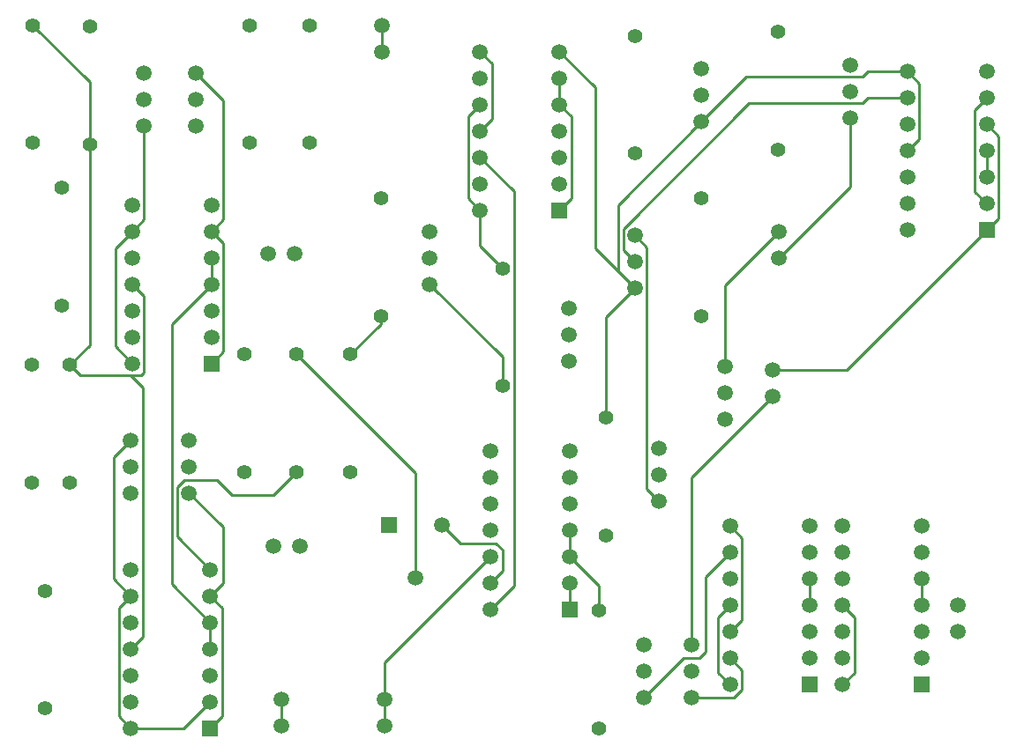
<source format=gtl>
G04 Layer_Physical_Order=1*
G04 Layer_Color=255*
%FSLAX44Y44*%
%MOMM*%
G71*
G01*
G75*
%ADD10C,0.2540*%
%ADD11R,1.5000X1.5000*%
%ADD12C,1.5000*%
%ADD13C,1.4000*%
D10*
X826516Y743204D02*
X848480Y721240D01*
X381000Y621030D02*
X391160D01*
X1068070Y626110D02*
X1202690Y760730D01*
X996950Y626110D02*
X1068070D01*
X517652Y506222D02*
X539750Y528320D01*
X478282Y506222D02*
X517652D01*
X463804Y520700D02*
X478282Y506222D01*
X432562Y520700D02*
X463804D01*
X425570Y513708D02*
X432562Y520700D01*
X425570Y465970D02*
Y513708D01*
Y465970D02*
X457200Y434340D01*
X951230Y707390D02*
X1003300Y759460D01*
X951230Y629920D02*
Y707390D01*
X1003300Y734060D02*
X1071880Y802640D01*
Y868680D01*
X704850Y791210D02*
X716280Y779780D01*
X704850Y791210D02*
Y869950D01*
X716280Y881380D01*
Y745490D02*
Y779780D01*
Y745490D02*
X737870Y723900D01*
X621030Y670560D02*
Y678180D01*
X591820Y641350D02*
X621030Y670560D01*
X393700Y770890D02*
Y861060D01*
X382270Y759460D02*
X393700Y770890D01*
X624840Y345440D02*
X726440Y447040D01*
X624840Y309880D02*
Y345440D01*
X1088390Y913130D02*
X1126490D01*
X1083310Y908050D02*
X1088390Y913130D01*
X971550Y908050D02*
X1083310D01*
X928370Y864870D02*
X971550Y908050D01*
X539750Y641350D02*
X654050Y527050D01*
Y426720D02*
Y527050D01*
X826516Y743204D02*
Y898144D01*
X792480Y932180D02*
X826516Y898144D01*
X1088390Y887730D02*
X1126490D01*
X1083310Y882650D02*
X1088390Y887730D01*
X974344Y882650D02*
X1083310D01*
X853560Y761866D02*
X974344Y882650D01*
X853560Y741560D02*
Y761866D01*
Y741560D02*
X864870Y730250D01*
X381000Y281940D02*
X431800D01*
X457200Y307340D01*
X848480Y784980D02*
X928370Y864870D01*
X848480Y721240D02*
Y784980D01*
Y721240D02*
X864870Y704850D01*
X382270Y708660D02*
X393700Y697230D01*
Y623570D02*
Y697230D01*
X391160Y621030D02*
X393700Y623570D01*
X322580Y631190D02*
X332740Y621030D01*
X341630Y650240D02*
Y843280D01*
X322580Y631190D02*
X341630Y650240D01*
X420490Y670680D02*
X458470Y708660D01*
X420490Y420250D02*
Y670680D01*
Y420250D02*
X457200Y383540D01*
X956310Y349250D02*
X967740Y337820D01*
Y318770D02*
Y337820D01*
X960120Y311150D02*
X967740Y318770D01*
X919480Y311150D02*
X960120D01*
X436880Y508000D02*
X469646Y475234D01*
Y421386D02*
Y475234D01*
X457200Y408940D02*
X469646Y421386D01*
X679450Y477520D02*
X697230Y459740D01*
X731520D01*
X737870Y453390D01*
Y433070D02*
Y453390D01*
X726440Y421640D02*
X737870Y433070D01*
X365880Y743070D02*
X382270Y759460D01*
X365880Y648850D02*
Y743070D01*
Y648850D02*
X382270Y632460D01*
X737870Y610870D02*
Y638810D01*
X668020Y708660D02*
X737870Y638810D01*
X932688Y427228D02*
X956310Y450850D01*
X932688Y355600D02*
Y427228D01*
X926338Y349250D02*
X932688Y355600D01*
X911860Y349250D02*
X926338D01*
X873760Y311150D02*
X911860Y349250D01*
X830580Y394970D02*
Y419100D01*
X802640Y447040D02*
X830580Y419100D01*
X341630Y843280D02*
Y902970D01*
X287020Y957580D02*
X341630Y902970D01*
X864870Y755650D02*
X876300Y744220D01*
Y511810D02*
Y744220D01*
Y511810D02*
X887730Y500380D01*
X919480Y361950D02*
Y523240D01*
X996950Y600710D01*
X836930Y580390D02*
Y676910D01*
X864870Y704850D01*
X369570Y397510D02*
X381000Y408940D01*
X369570Y293370D02*
Y397510D01*
Y293370D02*
X381000Y281940D01*
X364610Y542410D02*
X381000Y558800D01*
X364610Y425330D02*
Y542410D01*
Y425330D02*
X381000Y408940D01*
Y358140D02*
X392430Y369570D01*
Y609600D01*
X381000Y621030D02*
X392430Y609600D01*
X332740Y621030D02*
X381000D01*
X443230Y911860D02*
X469900Y885190D01*
Y770890D02*
Y885190D01*
X458470Y759460D02*
X469900Y770890D01*
X716280Y830580D02*
X748792Y798068D01*
Y418592D02*
Y798068D01*
X726440Y396240D02*
X748792Y418592D01*
X457200Y281940D02*
X468630Y293370D01*
Y397510D01*
X457200Y408940D02*
X468630Y397510D01*
X458470Y632460D02*
X469900Y643890D01*
Y748030D01*
X458470Y759460D02*
X469900Y748030D01*
X1191260Y876300D02*
X1202690Y887730D01*
X1191260Y797560D02*
Y876300D01*
Y797560D02*
X1202690Y786130D01*
Y760730D02*
X1214120Y772160D01*
Y850900D01*
X1202690Y862330D02*
X1214120Y850900D01*
X956310Y374650D02*
X967740Y386080D01*
Y464820D01*
X956310Y476250D02*
X967740Y464820D01*
X792480Y881380D02*
X803910Y869950D01*
Y791210D02*
Y869950D01*
X792480Y779780D02*
X803910Y791210D01*
X1126490Y836930D02*
X1137920Y848360D01*
Y901700D01*
X1126490Y913130D02*
X1137920Y901700D01*
X1064260Y323850D02*
X1075690Y335280D01*
Y388620D01*
X1064260Y400050D02*
X1075690Y388620D01*
X944880D02*
X956310Y400050D01*
X944880Y335280D02*
Y388620D01*
Y335280D02*
X956310Y323850D01*
X716280Y855980D02*
X727710Y867410D01*
Y920750D01*
X716280Y932180D02*
X727710Y920750D01*
X792480Y881380D02*
Y906780D01*
X802640Y396240D02*
Y421640D01*
X1202690Y811530D02*
Y836930D01*
X802640Y447040D02*
Y472440D01*
X1032510Y400050D02*
Y425450D01*
X1140460Y400050D02*
Y425450D01*
X458470Y708660D02*
Y734060D01*
X457200Y358140D02*
Y383540D01*
X525780Y284480D02*
Y309880D01*
X624840Y284480D02*
Y309880D01*
X622300Y932180D02*
Y957580D01*
D11*
X628650Y477520D02*
D03*
X1202690Y760730D02*
D03*
X1032510Y323850D02*
D03*
X1140460D02*
D03*
X457200Y281940D02*
D03*
X802640Y396240D02*
D03*
X792480Y779780D02*
D03*
X458470Y632460D02*
D03*
D12*
X654050Y426720D02*
D03*
X679450Y477520D02*
D03*
X1174750Y374650D02*
D03*
Y400050D02*
D03*
X622300Y957580D02*
D03*
Y932180D02*
D03*
X624840Y309880D02*
D03*
Y284480D02*
D03*
X525780Y309880D02*
D03*
Y284480D02*
D03*
X873760Y311150D02*
D03*
Y336550D02*
D03*
Y361950D02*
D03*
X887730Y500380D02*
D03*
Y525780D02*
D03*
Y551180D02*
D03*
X919480Y311150D02*
D03*
Y336550D02*
D03*
Y361950D02*
D03*
X1126490Y913130D02*
D03*
Y887730D02*
D03*
Y862330D02*
D03*
Y836930D02*
D03*
Y811530D02*
D03*
Y786130D02*
D03*
Y760730D02*
D03*
X1202690Y913130D02*
D03*
Y887730D02*
D03*
Y862330D02*
D03*
Y836930D02*
D03*
Y811530D02*
D03*
Y786130D02*
D03*
X996950Y626110D02*
D03*
Y600710D02*
D03*
X956310Y476250D02*
D03*
Y450850D02*
D03*
Y425450D02*
D03*
Y400050D02*
D03*
Y374650D02*
D03*
Y349250D02*
D03*
Y323850D02*
D03*
X1032510Y476250D02*
D03*
Y450850D02*
D03*
Y425450D02*
D03*
Y400050D02*
D03*
Y374650D02*
D03*
Y349250D02*
D03*
X1064260Y476250D02*
D03*
Y450850D02*
D03*
Y425450D02*
D03*
Y400050D02*
D03*
Y374650D02*
D03*
Y349250D02*
D03*
Y323850D02*
D03*
X1140460Y476250D02*
D03*
Y450850D02*
D03*
Y425450D02*
D03*
Y400050D02*
D03*
Y374650D02*
D03*
Y349250D02*
D03*
X381000Y434340D02*
D03*
Y408940D02*
D03*
Y383540D02*
D03*
Y358140D02*
D03*
Y332740D02*
D03*
Y307340D02*
D03*
Y281940D02*
D03*
X457200Y434340D02*
D03*
Y408940D02*
D03*
Y383540D02*
D03*
Y358140D02*
D03*
Y332740D02*
D03*
Y307340D02*
D03*
X726440Y548640D02*
D03*
Y523240D02*
D03*
Y497840D02*
D03*
Y472440D02*
D03*
Y447040D02*
D03*
Y421640D02*
D03*
Y396240D02*
D03*
X802640Y548640D02*
D03*
Y523240D02*
D03*
Y497840D02*
D03*
Y472440D02*
D03*
Y447040D02*
D03*
Y421640D02*
D03*
X381000Y558800D02*
D03*
Y533400D02*
D03*
Y508000D02*
D03*
X1071880Y919480D02*
D03*
Y894080D02*
D03*
Y868680D02*
D03*
X436880Y558800D02*
D03*
Y533400D02*
D03*
Y508000D02*
D03*
X543560Y457200D02*
D03*
X518160D02*
D03*
X951230Y579120D02*
D03*
Y604520D02*
D03*
Y629920D02*
D03*
X801370Y685800D02*
D03*
Y660400D02*
D03*
Y635000D02*
D03*
X864870Y755650D02*
D03*
Y730250D02*
D03*
Y704850D02*
D03*
X1003300Y734060D02*
D03*
Y759460D02*
D03*
X668020D02*
D03*
Y734060D02*
D03*
Y708660D02*
D03*
X928370Y915670D02*
D03*
Y890270D02*
D03*
Y864870D02*
D03*
X716280Y932180D02*
D03*
Y906780D02*
D03*
Y881380D02*
D03*
Y855980D02*
D03*
Y830580D02*
D03*
Y805180D02*
D03*
Y779780D02*
D03*
X792480Y932180D02*
D03*
Y906780D02*
D03*
Y881380D02*
D03*
Y855980D02*
D03*
Y830580D02*
D03*
Y805180D02*
D03*
X382270Y784860D02*
D03*
Y759460D02*
D03*
Y734060D02*
D03*
Y708660D02*
D03*
Y683260D02*
D03*
Y657860D02*
D03*
Y632460D02*
D03*
X458470Y784860D02*
D03*
Y759460D02*
D03*
Y734060D02*
D03*
Y708660D02*
D03*
Y683260D02*
D03*
Y657860D02*
D03*
X513080Y737870D02*
D03*
X538480D02*
D03*
X393700Y861060D02*
D03*
Y886460D02*
D03*
Y911860D02*
D03*
X443230Y861060D02*
D03*
Y886460D02*
D03*
Y911860D02*
D03*
D13*
X737870Y610870D02*
D03*
Y723900D02*
D03*
X830580Y394970D02*
D03*
Y281940D02*
D03*
X836930Y467360D02*
D03*
Y580390D02*
D03*
X298450Y414020D02*
D03*
Y300990D02*
D03*
X1002030Y951230D02*
D03*
Y838200D02*
D03*
X928370Y678180D02*
D03*
Y791210D02*
D03*
X539750Y528320D02*
D03*
Y641350D02*
D03*
X322580Y518160D02*
D03*
Y631190D02*
D03*
X490220Y528320D02*
D03*
Y641350D02*
D03*
X285750Y518160D02*
D03*
Y631190D02*
D03*
X864870Y834390D02*
D03*
Y947420D02*
D03*
X314960Y801370D02*
D03*
Y688340D02*
D03*
X591820Y528320D02*
D03*
Y641350D02*
D03*
X621030Y678180D02*
D03*
Y791210D02*
D03*
X552450Y844550D02*
D03*
Y957580D02*
D03*
X341630Y956310D02*
D03*
Y843280D02*
D03*
X495300Y844550D02*
D03*
Y957580D02*
D03*
X287020Y844550D02*
D03*
Y957580D02*
D03*
M02*

</source>
